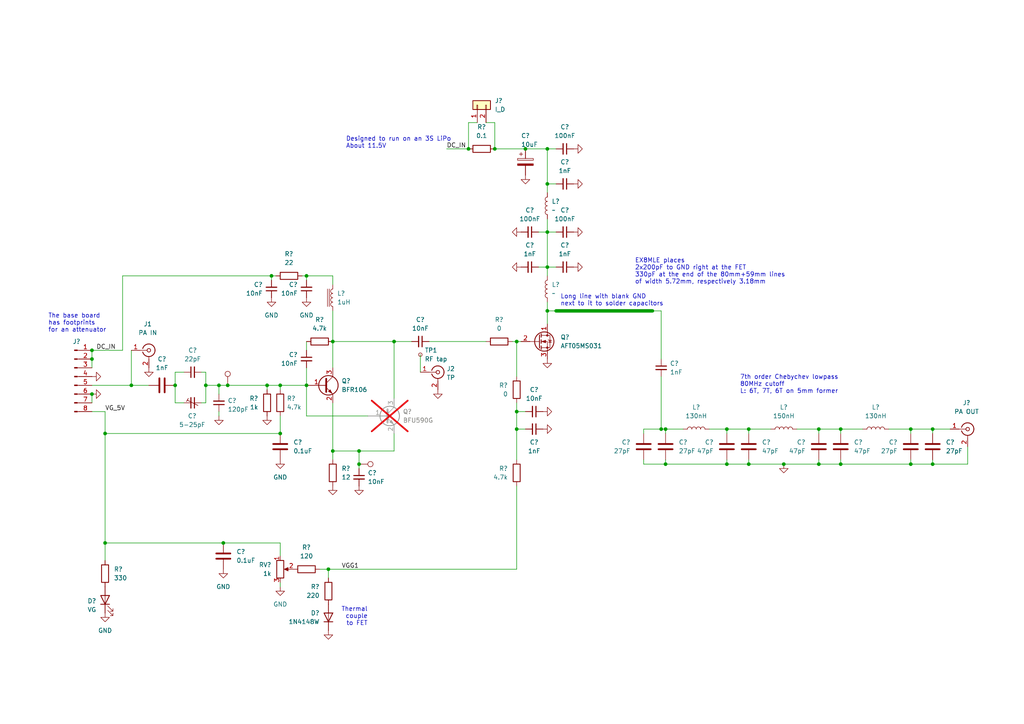
<source format=kicad_sch>
(kicad_sch (version 20230121) (generator eeschema)
  (paper "A4")
  (title_block (title "DART-70 PA") (date "2024-01-14") (rev "0") (company "HB9EGM") (comment 1 "With AFT05MS031N") (comment 2 "Inspired by EX8MLE's design for RFzero"))
  (lib_symbols
    (symbol "Connector:Conn_01x08_Male" (pin_names (offset 1.016) hide)
      (property "Reference" "J" (at 0 10.16 0))
      (property "Value" "Conn_01x08_Male" (at 0 -12.7 0))
      (symbol "Conn_01x08_Male_1_1"
        (polyline (pts (xy 1.27 -10.16) (xy 0.8636 -10.16)) (stroke (width 0.1524)))
        (polyline (pts (xy 1.27 -7.62) (xy 0.8636 -7.62)) (stroke (width 0.1524)))
        (polyline (pts (xy 1.27 -5.08) (xy 0.8636 -5.08)) (stroke (width 0.1524)))
        (polyline (pts (xy 1.27 -2.54) (xy 0.8636 -2.54)) (stroke (width 0.1524)))
        (polyline (pts (xy 1.27 0) (xy 0.8636 0)) (stroke (width 0.1524)))
        (polyline (pts (xy 1.27 2.54) (xy 0.8636 2.54)) (stroke (width 0.1524)))
        (polyline (pts (xy 1.27 5.08) (xy 0.8636 5.08)) (stroke (width 0.1524)))
        (polyline (pts (xy 1.27 7.62) (xy 0.8636 7.62)) (stroke (width 0.1524)))
        (rectangle (start 0.8636 -10.033) (end 0 -10.287) (stroke (width 0.1524)) (fill (type outline)))
        (rectangle (start 0.8636 -7.493) (end 0 -7.747) (stroke (width 0.1524)) (fill (type outline)))
        (rectangle (start 0.8636 -4.953) (end 0 -5.207) (stroke (width 0.1524)) (fill (type outline)))
        (rectangle (start 0.8636 -2.413) (end 0 -2.667) (stroke (width 0.1524)) (fill (type outline)))
        (rectangle (start 0.8636 0.127) (end 0 -0.127) (stroke (width 0.1524)) (fill (type outline)))
        (rectangle (start 0.8636 2.667) (end 0 2.413) (stroke (width 0.1524)) (fill (type outline)))
        (rectangle (start 0.8636 5.207) (end 0 4.953) (stroke (width 0.1524)) (fill (type outline)))
        (rectangle (start 0.8636 7.747) (end 0 7.493) (stroke (width 0.1524)) (fill (type outline)))
        (pin passive line (at 5.08 7.62 180) (length 3.81) (name "Pin_1") (number "1"))
        (pin passive line (at 5.08 5.08 180) (length 3.81) (name "Pin_2") (number "2"))
        (pin passive line (at 5.08 2.54 180) (length 3.81) (name "Pin_3") (number "3"))
        (pin passive line (at 5.08 0 180) (length 3.81) (name "Pin_4") (number "4"))
        (pin passive line (at 5.08 -2.54 180) (length 3.81) (name "Pin_5") (number "5"))
        (pin passive line (at 5.08 -5.08 180) (length 3.81) (name "Pin_6") (number "6"))
        (pin passive line (at 5.08 -7.62 180) (length 3.81) (name "Pin_7") (number "7"))
        (pin passive line (at 5.08 -10.16 180) (length 3.81) (name "Pin_8") (number "8"))
      )
    )
    (symbol "Connector:Conn_Coaxial" (pin_names (offset 1.016) hide)
      (property "Reference" "J" (at 0.254 3.048 0))
      (property "Value" "Conn_Coaxial" (at 2.921 0 90))
      (symbol "Conn_Coaxial_0_1"
        (arc (start -1.778 -0.508) (mid 0.222 -1.808) (end 1.778 0) (stroke (width 0.254)))
        (polyline (pts (xy -2.54 0) (xy -0.508 0)))
        (polyline (pts (xy 0 -2.54) (xy 0 -1.778)))
        (circle (center 0 0) (radius 0.508) (stroke (width 0.2032)))
        (arc (start 1.778 0) (mid 0.2221 1.8083) (end -1.778 0.508) (stroke (width 0.254)))
      )
      (symbol "Conn_Coaxial_1_1"
        (pin passive line (at -5.08 0 0) (length 2.54) (name "In") (number "1"))
        (pin passive line (at 0 -5.08 90) (length 2.54) (name "Ext") (number "2"))
      )
    )
    (symbol "Connector:TestPoint" (pin_numbers hide) (pin_names (offset 0.762) hide)
      (property "Reference" "TP" (at 0 6.858 0))
      (property "Value" "TestPoint" (at 0 5.08 0))
      (symbol "TestPoint_0_1"
        (circle (center 0 3.302) (radius 0.762))
      )
      (symbol "TestPoint_1_1"
        (pin passive line (at 0 0 90) (length 2.54) (name "1") (number "1"))
      )
    )
    (symbol "Connector:TestPoint_Small" (pin_numbers hide) (pin_names (offset 0.762) hide)
      (property "Reference" "TP" (at 0 3.81 0))
      (property "Value" "TestPoint_Small" (at 0 2.032 0))
      (symbol "TestPoint_Small_0_1"
        (circle (center 0 0) (radius 0.508))
      )
      (symbol "TestPoint_Small_1_1"
        (pin passive line (at 0 0 90) (length 0) (name "1") (number "1"))
      )
    )
    (symbol "Connector_Generic:Conn_01x02" (pin_names (offset 1.016) hide)
      (property "Reference" "J" (at 0 2.54 0))
      (property "Value" "Conn_01x02" (at 0 -5.08 0))
      (symbol "Conn_01x02_1_1"
        (rectangle (start -1.27 -2.413) (end 0 -2.667) (stroke (width 0.1524)))
        (rectangle (start -1.27 0.127) (end 0 -0.127) (stroke (width 0.1524)))
        (rectangle (start -1.27 1.27) (end 1.27 -3.81) (stroke (width 0.254)) (fill (type background)))
        (pin passive line (at -5.08 0 0) (length 3.81) (name "Pin_1") (number "1"))
        (pin passive line (at -5.08 -2.54 0) (length 3.81) (name "Pin_2") (number "2"))
      )
    )
    (symbol "Device:C" (pin_numbers hide) (pin_names (offset 0.254))
      (property "Reference" "C" (at 0.635 2.54 0))
      (property "Value" "C" (at 0.635 -2.54 0))
      (symbol "C_0_1"
        (polyline (pts (xy -2.032 -0.762) (xy 2.032 -0.762)) (stroke (width 0.508)))
        (polyline (pts (xy -2.032 0.762) (xy 2.032 0.762)) (stroke (width 0.508)))
      )
      (symbol "C_1_1"
        (pin passive line (at 0 3.81 270) (length 2.794) (name "~") (number "1"))
        (pin passive line (at 0 -3.81 90) (length 2.794) (name "~") (number "2"))
      )
    )
    (symbol "Device:C_Polarized" (pin_numbers hide) (pin_names (offset 0.254))
      (property "Reference" "C" (at 0.635 2.54 0))
      (property "Value" "C_Polarized" (at 0.635 -2.54 0))
      (symbol "C_Polarized_0_1"
        (rectangle (start -2.286 0.508) (end 2.286 1.016))
        (polyline (pts (xy -1.778 2.286) (xy -0.762 2.286)))
        (polyline (pts (xy -1.27 2.794) (xy -1.27 1.778)))
        (rectangle (start 2.286 -0.508) (end -2.286 -1.016) (fill (type outline)))
      )
      (symbol "C_Polarized_1_1"
        (pin passive line (at 0 3.81 270) (length 2.794) (name "~") (number "1"))
        (pin passive line (at 0 -3.81 90) (length 2.794) (name "~") (number "2"))
      )
    )
    (symbol "Device:C_Small" (pin_numbers hide) (pin_names (offset 0.254) hide)
      (property "Reference" "C" (at 0.254 1.778 0))
      (property "Value" "C_Small" (at 0.254 -2.032 0))
      (symbol "C_Small_0_1"
        (polyline (pts (xy -1.524 -0.508) (xy 1.524 -0.508)) (stroke (width 0.3302)))
        (polyline (pts (xy -1.524 0.508) (xy 1.524 0.508)) (stroke (width 0.3048)))
      )
      (symbol "C_Small_1_1"
        (pin passive line (at 0 2.54 270) (length 2.032) (name "~") (number "1"))
        (pin passive line (at 0 -2.54 90) (length 2.032) (name "~") (number "2"))
      )
    )
    (symbol "Device:C_Trim_Small" (pin_numbers hide) (pin_names (offset 0.254) hide)
      (property "Reference" "C" (at 1.524 -2.032 0))
      (property "Value" "C_Trim_Small" (at 3.048 -3.556 0))
      (symbol "C_Trim_Small_0_1"
        (polyline (pts (xy -1.524 -0.508) (xy 1.524 -0.508)) (stroke (width 0.3048)))
        (polyline (pts (xy -1.524 0.508) (xy 1.524 0.508)) (stroke (width 0.3048)))
        (polyline (pts (xy 0.762 1.524) (xy -0.762 -1.524)) (stroke (width 0.1778)))
        (polyline (pts (xy 1.27 1.27) (xy 0.381 1.778)) (stroke (width 0.1778)))
      )
      (symbol "C_Trim_Small_1_1"
        (pin passive line (at 0 2.54 270) (length 2.032) (name "~") (number "1"))
        (pin passive line (at 0 -2.54 90) (length 2.032) (name "~") (number "2"))
      )
    )
    (symbol "Device:FerriteBead" (pin_numbers hide) (pin_names (offset 0))
      (property "Reference" "FB" (at -3.81 0.635 90))
      (property "Value" "FerriteBead" (at 3.81 0 90))
      (symbol "FerriteBead_0_1"
        (polyline (pts (xy 0 -1.27) (xy 0 -1.2192)))
        (polyline (pts (xy 0 1.27) (xy 0 1.2954)))
        (polyline (pts (xy -2.7686 0.4064) (xy -1.7018 2.2606) (xy 2.7686 -0.3048) (xy 1.6764 -2.159) (xy -2.7686 0.4064)))
      )
      (symbol "FerriteBead_1_1"
        (pin passive line (at 0 3.81 270) (length 2.54) (name "~") (number "1"))
        (pin passive line (at 0 -3.81 90) (length 2.54) (name "~") (number "2"))
      )
    )
    (symbol "Device:L" (pin_numbers hide) (pin_names (offset 1.016) hide)
      (property "Reference" "L" (at -1.27 0 90))
      (property "Value" "L" (at 1.905 0 90))
      (symbol "L_0_1"
        (arc (start 0 -2.54) (mid 0.6323 -1.905) (end 0 -1.27))
        (arc (start 0 -1.27) (mid 0.6323 -0.635) (end 0 0))
        (arc (start 0 0) (mid 0.6323 0.635) (end 0 1.27))
        (arc (start 0 1.27) (mid 0.6323 1.905) (end 0 2.54))
      )
      (symbol "L_1_1"
        (pin passive line (at 0 3.81 270) (length 1.27) (name "1") (number "1"))
        (pin passive line (at 0 -3.81 90) (length 1.27) (name "2") (number "2"))
      )
    )
    (symbol "Device:LED" (pin_numbers hide) (pin_names (offset 1.016) hide)
      (property "Reference" "D" (at 0 2.54 0))
      (property "Value" "LED" (at 0 -2.54 0))
      (symbol "LED_0_1"
        (polyline (pts (xy -1.27 -1.27) (xy -1.27 1.27)) (stroke (width 0.254)))
        (polyline (pts (xy -1.27 0) (xy 1.27 0)))
        (polyline (pts (xy 1.27 -1.27) (xy 1.27 1.27) (xy -1.27 0) (xy 1.27 -1.27)) (stroke (width 0.254)))
        (polyline (pts (xy -3.048 -0.762) (xy -4.572 -2.286) (xy -3.81 -2.286) (xy -4.572 -2.286) (xy -4.572 -1.524)))
        (polyline (pts (xy -1.778 -0.762) (xy -3.302 -2.286) (xy -2.54 -2.286) (xy -3.302 -2.286) (xy -3.302 -1.524)))
      )
      (symbol "LED_1_1"
        (pin passive line (at -3.81 0 0) (length 2.54) (name "K") (number "1"))
        (pin passive line (at 3.81 0 180) (length 2.54) (name "A") (number "2"))
      )
    )
    (symbol "Device:L_Iron" (pin_numbers hide) (pin_names (offset 1.016) hide)
      (property "Reference" "L" (at -1.27 0 90))
      (property "Value" "L_Iron" (at 2.794 0 90))
      (symbol "L_Iron_0_1"
        (arc (start 0 -2.54) (mid 0.6323 -1.905) (end 0 -1.27))
        (arc (start 0 -1.27) (mid 0.6323 -0.635) (end 0 0))
        (polyline (pts (xy 1.016 2.54) (xy 1.016 -2.54)))
        (polyline (pts (xy 1.524 -2.54) (xy 1.524 2.54)))
        (arc (start 0 0) (mid 0.6323 0.635) (end 0 1.27))
        (arc (start 0 1.27) (mid 0.6323 1.905) (end 0 2.54))
      )
      (symbol "L_Iron_1_1"
        (pin passive line (at 0 3.81 270) (length 1.27) (name "1") (number "1"))
        (pin passive line (at 0 -3.81 90) (length 1.27) (name "2") (number "2"))
      )
    )
    (symbol "Device:Q_NMOS_DGS" (pin_names (offset 0) hide)
      (property "Reference" "Q" (at 5.08 1.27 0))
      (property "Value" "Q_NMOS_DGS" (at 5.08 -1.27 0))
      (symbol "Q_NMOS_DGS_0_1"
        (polyline (pts (xy 0.254 0) (xy -2.54 0)))
        (polyline (pts (xy 0.254 1.905) (xy 0.254 -1.905)) (stroke (width 0.254)))
        (polyline (pts (xy 0.762 -1.27) (xy 0.762 -2.286)) (stroke (width 0.254)))
        (polyline (pts (xy 0.762 0.508) (xy 0.762 -0.508)) (stroke (width 0.254)))
        (polyline (pts (xy 0.762 2.286) (xy 0.762 1.27)) (stroke (width 0.254)))
        (polyline (pts (xy 2.54 2.54) (xy 2.54 1.778)))
        (polyline (pts (xy 2.54 -2.54) (xy 2.54 0) (xy 0.762 0)))
        (polyline (pts (xy 0.762 -1.778) (xy 3.302 -1.778) (xy 3.302 1.778) (xy 0.762 1.778)))
        (polyline (pts (xy 1.016 0) (xy 2.032 0.381) (xy 2.032 -0.381) (xy 1.016 0)) (fill (type outline)))
        (polyline (pts (xy 2.794 0.508) (xy 2.921 0.381) (xy 3.683 0.381) (xy 3.81 0.254)))
        (polyline (pts (xy 3.302 0.381) (xy 2.921 -0.254) (xy 3.683 -0.254) (xy 3.302 0.381)))
        (circle (center 1.651 0) (radius 2.794) (stroke (width 0.254)))
        (circle (center 2.54 -1.778) (radius 0.254) (fill (type outline)))
        (circle (center 2.54 1.778) (radius 0.254) (fill (type outline)))
      )
      (symbol "Q_NMOS_DGS_1_1"
        (pin passive line (at 2.54 5.08 270) (length 2.54) (name "D") (number "1"))
        (pin input line (at -5.08 0 0) (length 2.54) (name "G") (number "2"))
        (pin passive line (at 2.54 -5.08 90) (length 2.54) (name "S") (number "3"))
      )
    )
    (symbol "Device:R" (pin_numbers hide) (pin_names (offset 0))
      (property "Reference" "R" (at 2.032 0 90))
      (property "Value" "R" (at 0 0 90))
      (symbol "R_0_1"
        (rectangle (start -1.016 -2.54) (end 1.016 2.54) (stroke (width 0.254)))
      )
      (symbol "R_1_1"
        (pin passive line (at 0 3.81 270) (length 1.27) (name "~") (number "1"))
        (pin passive line (at 0 -3.81 90) (length 1.27) (name "~") (number "2"))
      )
    )
    (symbol "Device:R_Potentiometer" (pin_names (offset 1.016) hide)
      (property "Reference" "RV" (at -4.445 0 90))
      (property "Value" "R_Potentiometer" (at -2.54 0 90))
      (symbol "R_Potentiometer_0_1"
        (polyline (pts (xy 2.54 0) (xy 1.524 0)))
        (polyline (pts (xy 1.143 0) (xy 2.286 0.508) (xy 2.286 -0.508) (xy 1.143 0)) (fill (type outline)))
        (rectangle (start 1.016 2.54) (end -1.016 -2.54) (stroke (width 0.254)))
      )
      (symbol "R_Potentiometer_1_1"
        (pin passive line (at 0 3.81 270) (length 1.27) (name "1") (number "1"))
        (pin passive line (at 3.81 0 180) (length 1.27) (name "2") (number "2"))
        (pin passive line (at 0 -3.81 90) (length 1.27) (name "3") (number "3"))
      )
    )
    (symbol "Diode:1N4148W" (pin_numbers hide) (pin_names hide)
      (property "Reference" "D" (at 0 2.54 0))
      (property "Value" "1N4148W" (at 0 -2.54 0))
      (symbol "1N4148W_0_1"
        (polyline (pts (xy -1.27 1.27) (xy -1.27 -1.27)) (stroke (width 0.254)))
        (polyline (pts (xy 1.27 0) (xy -1.27 0)))
        (polyline (pts (xy 1.27 1.27) (xy 1.27 -1.27) (xy -1.27 0) (xy 1.27 1.27)) (stroke (width 0.254)))
      )
      (symbol "1N4148W_1_1"
        (pin passive line (at -3.81 0 0) (length 2.54) (name "K") (number "1"))
        (pin passive line (at 3.81 0 180) (length 2.54) (name "A") (number "2"))
      )
    )
    (symbol "Transistor_BJT:MMBT3904" (pin_names (offset 0) hide)
      (property "Reference" "Q" (at 5.08 1.905 0))
      (property "Value" "MMBT3904" (at 5.08 0 0))
      (symbol "MMBT3904_0_1"
        (polyline (pts (xy 0.635 0.635) (xy 2.54 2.54)))
        (polyline (pts (xy 0.635 -0.635) (xy 2.54 -2.54) (xy 2.54 -2.54)))
        (polyline (pts (xy 0.635 1.905) (xy 0.635 -1.905) (xy 0.635 -1.905)) (stroke (width 0.508)))
        (polyline (pts (xy 1.27 -1.778) (xy 1.778 -1.27) (xy 2.286 -2.286) (xy 1.27 -1.778) (xy 1.27 -1.778)) (fill (type outline)))
        (circle (center 1.27 0) (radius 2.8194) (stroke (width 0.254)))
      )
      (symbol "MMBT3904_1_1"
        (pin input line (at -5.08 0 0) (length 5.715) (name "B") (number "1"))
        (pin passive line (at 2.54 -5.08 90) (length 2.54) (name "E") (number "2"))
        (pin passive line (at 2.54 5.08 270) (length 2.54) (name "C") (number "3"))
      )
    )
    (symbol "power:GND" (power) (pin_names (offset 0))
      (property "Value" "GND" (at 0 -3.81 0))
      (symbol "GND_0_1"
        (polyline (pts (xy 0 0) (xy 0 -1.27) (xy 1.27 -1.27) (xy 0 -2.54) (xy -1.27 -1.27) (xy 0 -1.27)))
      )
      (symbol "GND_1_1"
        (pin power_in line (at 0 0 270) (length 0) hide (name "GND") (number "1"))
      )
    )
  )
  (junction (at 243.84 134.62))
  (junction (at 210.82 134.62))
  (junction (at 77.47 111.76))
  (junction (at 66.04 111.76))
  (junction (at 104.14 134.62))
  (junction (at 264.16 134.62))
  (junction (at 30.48 125.73))
  (junction (at 26.67 104.14))
  (junction (at 143.51 43.18))
  (junction (at 217.17 134.62))
  (junction (at 264.16 124.46))
  (junction (at 270.51 124.46))
  (junction (at 237.49 124.46))
  (junction (at 95.25 165.1))
  (junction (at 227.33 134.62))
  (junction (at 81.28 125.73))
  (junction (at 26.67 114.3))
  (junction (at 64.77 157.48))
  (junction (at 26.67 101.6))
  (junction (at 88.9 80.01))
  (junction (at 30.48 157.48))
  (junction (at 158.75 67.31))
  (junction (at 114.3 99.06))
  (junction (at 50.8 111.76))
  (junction (at 96.52 130.81))
  (junction (at 88.9 111.76))
  (junction (at 158.75 90.17))
  (junction (at 193.04 124.46))
  (junction (at 149.86 119.38))
  (junction (at 59.69 111.76))
  (junction (at 96.52 99.06))
  (junction (at 217.17 124.46))
  (junction (at 81.28 111.76))
  (junction (at 237.49 134.62))
  (junction (at 270.51 134.62))
  (junction (at 158.75 43.18))
  (junction (at 210.82 124.46))
  (junction (at 158.75 53.34))
  (junction (at 149.86 99.06))
  (junction (at 38.1 111.76))
  (junction (at 63.5 111.76))
  (junction (at 191.77 124.46))
  (junction (at 193.04 134.62))
  (junction (at 152.4 43.18))
  (junction (at 149.86 124.46))
  (junction (at 78.74 80.01))
  (junction (at 135.89 43.18))
  (junction (at 104.14 130.81))
  (junction (at 158.75 77.47))
  (junction (at 243.84 124.46))
  (wire (pts (xy 193.04 124.46) (xy 198.12 124.46)))
  (wire (pts (xy 114.3 99.06) (xy 119.38 99.06)))
  (wire (pts (xy 193.04 134.62) (xy 210.82 134.62)))
  (wire (pts (xy 87.63 80.01) (xy 88.9 80.01)))
  (wire (pts (xy 149.86 99.06) (xy 151.13 99.06)))
  (wire (pts (xy 59.69 111.76) (xy 59.69 116.84)))
  (wire (pts (xy 26.67 114.3) (xy 26.67 116.84)))
  (wire (pts (xy 81.28 120.65) (xy 81.28 125.73)))
  (wire (pts (xy 35.56 80.01) (xy 78.74 80.01)))
  (wire (pts (xy 88.9 106.68) (xy 88.9 111.76)))
  (wire (pts (xy 161.29 67.31) (xy 158.75 67.31)))
  (wire (pts (xy 158.75 90.17) (xy 161.29 90.17)))
  (wire (pts (xy 135.89 43.18) (xy 135.89 35.56)))
  (wire (pts (xy 77.47 111.76) (xy 77.47 113.03)))
  (wire (pts (xy 217.17 124.46) (xy 223.52 124.46)))
  (wire (pts (xy 135.89 35.56) (xy 138.43 35.56)))
  (wire (pts (xy 30.48 125.73) (xy 30.48 157.48)))
  (wire (pts (xy 149.86 165.1) (xy 149.86 140.97)))
  (wire (pts (xy 205.74 124.46) (xy 210.82 124.46)))
  (wire (pts (xy 191.77 104.14) (xy 191.77 90.17)))
  (wire (pts (xy 30.48 119.38) (xy 30.48 125.73)))
  (wire (pts (xy 243.84 134.62) (xy 264.16 134.62)))
  (wire (pts (xy 149.86 99.06) (xy 149.86 109.22)))
  (wire (pts (xy 149.86 133.35) (xy 149.86 124.46)))
  (wire (pts (xy 88.9 120.65) (xy 106.68 120.65)))
  (wire (pts (xy 237.49 124.46) (xy 231.14 124.46)))
  (wire (pts (xy 26.67 101.6) (xy 35.56 101.6)))
  (wire (pts (xy 30.48 157.48) (xy 64.77 157.48)))
  (wire (pts (xy 143.51 35.56) (xy 143.51 43.18)))
  (wire (pts (xy 227.33 134.62) (xy 217.17 134.62)))
  (wire (pts (xy 30.48 125.73) (xy 81.28 125.73)))
  (wire (pts (xy 270.51 124.46) (xy 270.51 125.73)))
  (wire (pts (xy 270.51 134.62) (xy 264.16 134.62)))
  (wire (pts (xy 158.75 53.34) (xy 158.75 55.88)))
  (wire (pts (xy 96.52 99.06) (xy 96.52 106.68)))
  (wire (pts (xy 78.74 80.01) (xy 80.01 80.01)))
  (wire (pts (xy 66.04 111.76) (xy 77.47 111.76)))
  (wire (pts (xy 81.28 161.29) (xy 81.28 157.48)))
  (wire (pts (xy 129.54 43.18) (xy 135.89 43.18)))
  (wire (pts (xy 58.42 107.95) (xy 59.69 107.95)))
  (wire (pts (xy 158.75 43.18) (xy 161.29 43.18)))
  (wire (pts (xy 26.67 101.6) (xy 26.67 104.14)))
  (wire (pts (xy 149.86 119.38) (xy 149.86 124.46)))
  (wire (pts (xy 88.9 120.65) (xy 88.9 111.76)))
  (wire (pts (xy 270.51 124.46) (xy 275.59 124.46)))
  (wire (pts (xy 156.21 77.47) (xy 158.75 77.47)))
  (wire (pts (xy 264.16 124.46) (xy 270.51 124.46)))
  (wire (pts (xy 149.86 124.46) (xy 152.4 124.46)))
  (wire (pts (xy 158.75 43.18) (xy 158.75 53.34)))
  (wire (pts (xy 264.16 133.35) (xy 264.16 134.62)))
  (wire (pts (xy 53.34 107.95) (xy 50.8 107.95)))
  (wire (pts (xy 158.75 53.34) (xy 161.29 53.34)))
  (wire (pts (xy 237.49 133.35) (xy 237.49 134.62)))
  (wire (pts (xy 88.9 81.28) (xy 88.9 80.01)))
  (wire (pts (xy 193.04 134.62) (xy 193.04 133.35)))
  (wire (pts (xy 148.59 99.06) (xy 149.86 99.06)))
  (wire (pts (xy 26.67 111.76) (xy 38.1 111.76)))
  (wire (pts (xy 77.47 111.76) (xy 81.28 111.76)))
  (wire (pts (xy 121.92 102.87) (xy 121.92 107.95)))
  (wire (pts (xy 186.69 125.73) (xy 186.69 124.46)))
  (wire (pts (xy 114.3 99.06) (xy 114.3 115.57)))
  (wire (pts (xy 38.1 111.76) (xy 43.18 111.76)))
  (wire (pts (xy 158.75 67.31) (xy 158.75 77.47)))
  (wire (pts (xy 140.97 35.56) (xy 143.51 35.56)))
  (wire (pts (xy 96.52 130.81) (xy 96.52 116.84)))
  (wire (pts (xy 210.82 124.46) (xy 210.82 125.73)))
  (wire (pts (xy 30.48 157.48) (xy 30.48 162.56)))
  (wire (pts (xy 250.19 124.46) (xy 243.84 124.46)))
  (wire (pts (xy 96.52 90.17) (xy 96.52 99.06)))
  (wire (pts (xy 237.49 134.62) (xy 227.33 134.62)))
  (wire (pts (xy 210.82 133.35) (xy 210.82 134.62)))
  (wire (pts (xy 26.67 104.14) (xy 26.67 106.68)))
  (wire (pts (xy 104.14 130.81) (xy 104.14 134.62)))
  (wire (pts (xy 35.56 101.6) (xy 35.56 80.01)))
  (wire (pts (xy 257.81 124.46) (xy 264.16 124.46)))
  (wire (pts (xy 243.84 134.62) (xy 237.49 134.62)))
  (wire (pts (xy 237.49 124.46) (xy 237.49 125.73)))
  (wire (pts (xy 158.75 77.47) (xy 158.75 80.01)))
  (wire (pts (xy 104.14 130.81) (xy 96.52 130.81)))
  (wire (pts (xy 38.1 101.6) (xy 38.1 111.76)))
  (wire (pts (xy 217.17 125.73) (xy 217.17 124.46)))
  (wire (pts (xy 81.28 111.76) (xy 81.28 113.03)))
  (wire (pts (xy 50.8 107.95) (xy 50.8 111.76)))
  (wire (pts (xy 59.69 107.95) (xy 59.69 111.76)))
  (wire (pts (xy 210.82 124.46) (xy 217.17 124.46)))
  (wire (pts (xy 189.23 90.17) (xy 191.77 90.17)))
  (wire (pts (xy 78.74 81.28) (xy 78.74 80.01)))
  (wire (pts (xy 191.77 124.46) (xy 193.04 124.46)))
  (wire (pts (xy 88.9 80.01) (xy 96.52 80.01)))
  (wire (pts (xy 50.8 116.84) (xy 50.8 111.76)))
  (wire (pts (xy 158.75 63.5) (xy 158.75 67.31)))
  (wire (pts (xy 280.67 129.54) (xy 280.67 134.62)))
  (wire (pts (xy 193.04 125.73) (xy 193.04 124.46)))
  (wire (pts (xy 104.14 135.89) (xy 104.14 134.62)))
  (wire (pts (xy 53.34 116.84) (xy 50.8 116.84)))
  (wire (pts (xy 63.5 111.76) (xy 66.04 111.76)))
  (wire (pts (xy 124.46 99.06) (xy 140.97 99.06)))
  (wire (pts (xy 149.86 119.38) (xy 152.4 119.38)))
  (wire (pts (xy 280.67 134.62) (xy 270.51 134.62)))
  (wire (pts (xy 95.25 165.1) (xy 149.86 165.1)))
  (wire (pts (xy 149.86 116.84) (xy 149.86 119.38)))
  (wire (pts (xy 96.52 130.81) (xy 96.52 133.35)))
  (wire (pts (xy 152.4 43.18) (xy 158.75 43.18)))
  (wire (pts (xy 143.51 43.18) (xy 152.4 43.18)))
  (wire (pts (xy 191.77 109.22) (xy 191.77 124.46)))
  (wire (pts (xy 95.25 167.64) (xy 95.25 165.1)))
  (wire (pts (xy 81.28 111.76) (xy 88.9 111.76)))
  (wire (pts (xy 161.29 90.17) (xy 189.23 90.17)) (stroke (width 1)))
  (wire (pts (xy 156.21 67.31) (xy 158.75 67.31)))
  (wire (pts (xy 186.69 124.46) (xy 191.77 124.46)))
  (wire (pts (xy 88.9 99.06) (xy 88.9 101.6)))
  (wire (pts (xy 63.5 119.38) (xy 63.5 120.65)))
  (wire (pts (xy 96.52 99.06) (xy 114.3 99.06)))
  (wire (pts (xy 161.29 77.47) (xy 158.75 77.47)))
  (wire (pts (xy 158.75 90.17) (xy 158.75 93.98)))
  (wire (pts (xy 81.28 157.48) (xy 64.77 157.48)))
  (wire (pts (xy 59.69 116.84) (xy 58.42 116.84)))
  (wire (pts (xy 217.17 134.62) (xy 210.82 134.62)))
  (wire (pts (xy 81.28 170.18) (xy 81.28 168.91)))
  (wire (pts (xy 217.17 133.35) (xy 217.17 134.62)))
  (wire (pts (xy 96.52 80.01) (xy 96.52 82.55)))
  (wire (pts (xy 243.84 133.35) (xy 243.84 134.62)))
  (wire (pts (xy 158.75 87.63) (xy 158.75 90.17)))
  (wire (pts (xy 186.69 134.62) (xy 186.69 133.35)))
  (wire (pts (xy 193.04 134.62) (xy 186.69 134.62)))
  (wire (pts (xy 59.69 111.76) (xy 63.5 111.76)))
  (wire (pts (xy 63.5 111.76) (xy 63.5 114.3)))
  (wire (pts (xy 264.16 124.46) (xy 264.16 125.73)))
  (wire (pts (xy 243.84 124.46) (xy 243.84 125.73)))
  (wire (pts (xy 30.48 119.38) (xy 26.67 119.38)))
  (wire (pts (xy 270.51 133.35) (xy 270.51 134.62)))
  (wire (pts (xy 95.25 165.1) (xy 92.71 165.1)))
  (wire (pts (xy 104.14 130.81) (xy 114.3 130.81)))
  (wire (pts (xy 114.3 130.81) (xy 114.3 125.73)))
  (wire (pts (xy 243.84 124.46) (xy 237.49 124.46)))
  (text "EX8MLE places\n2x200pF to GND right at the FET\n330pF at the end of the 80mm+59mm lines\nof width 5.72mm, respectively 3.18mm" (at 184.15 82.55 0) (effects (font (size 1.27 1.27)) (justify left bottom)))
  (text "Designed to run on an 3S LiPo\nAbout 11.5V" (at 100.33 43.18 0) (effects (font (size 1.27 1.27)) (justify left bottom)))
  (text "The base board\nhas footprints\nfor an attenuator" (at 13.97 96.52 0) (effects (font (size 1.27 1.27)) (justify left bottom)))
  (text "Long line with blank GND\nnext to it to solder capacitors" (at 162.56 88.9 0) (effects (font (size 1.27 1.27)) (justify left bottom)))
  (text "Thermal\ncouple\nto FET" (at 106.68 181.61 0) (effects (font (size 1.27 1.27)) (justify right bottom)))
  (text "7th order Chebychev lowpass\n80MHz cutoff\nL: 6T, 7T, 6T on 5mm former" (at 214.63 114.3 0) (effects (font (size 1.27 1.27)) (justify left bottom)))
  (label "VGG1" (at 99.06 165.1 0))
  (label "VG_5V" (at 30.48 119.38 0))
  (label "DC_IN" (at 129.54 43.18 0))
  (label "DC_IN" (at 27.94 101.6 0))
  (symbol (lib_id "power:GND") (at 81.28 133.35 0) (unit 1)
    (property "Reference" "#PWR?" (effects hide))
    (property "Value" "GND" (at 81.28 138.43 0))
  )
  (symbol (lib_id "power:GND") (at 30.48 177.8 0) (unit 1)
    (property "Reference" "#PWR?" (effects hide))
    (property "Value" "GND" (at 30.48 182.88 0))
  )
  (symbol (lib_id "power:GND") (at 127 113.03 0) (unit 1)
    (property "Reference" "#PWR02" (effects hide))
    (property "Value" "GND" (effects hide))
  )
  (symbol (lib_id "Device:C") (at 270.51 129.54 180) (unit 1)
    (property "Reference" "C?" (at 274.32 128.2699 0) (effects (justify right)))
    (property "Value" "27pF" (at 274.32 130.8099 0) (effects (justify right)))
    (property "Footprint" "Capacitor_SMD:C_0805_2012Metric_Pad1.18x1.45mm_HandSolder" (effects hide))
    (property "Need_order" "0" (effects hide))
  )
  (symbol (lib_id "power:GND") (at 26.67 109.22 90) (unit 1)
    (property "Reference" "#PWR?" (effects hide))
    (property "Value" "GND" (effects hide))
  )
  (symbol (lib_id "Device:C_Small") (at 153.67 77.47 270) (unit 1)
    (property "Reference" "C?" (at 153.6636 71.12 90))
    (property "Value" "1nF" (at 153.6636 73.66 90))
    (property "Footprint" "Capacitor_SMD:C_0805_2012Metric_Pad1.18x1.45mm_HandSolder" (effects hide))
    (property "MPN" "885612007040/VJ0805A102GXXPW1BC" (effects hide))
    (property "Need_order" "0" (effects hide))
  )
  (symbol (lib_id "power:GND") (at 96.52 140.97 0) (unit 1)
    (property "Reference" "#PWR?" (effects hide))
    (property "Value" "GND" (effects hide))
  )
  (symbol (lib_id "Device:C_Small") (at 154.94 124.46 270) (unit 1)
    (property "Reference" "C?" (at 154.9336 128.27 90))
    (property "Value" "1nF" (at 154.9336 130.81 90))
    (property "Footprint" "Capacitor_SMD:C_0805_2012Metric_Pad1.18x1.45mm_HandSolder" (effects hide))
    (property "MPN" "885612007040/VJ0805A102GXXPW1BC" (effects hide))
    (property "Need_order" "0" (effects hide))
  )
  (symbol (lib_id "power:GND") (at 166.37 43.18 90) (unit 1)
    (property "Reference" "#PWR?" (effects hide))
    (property "Value" "GND" (effects hide))
  )
  (symbol (lib_id "Device:C_Small") (at 163.83 53.34 270) (unit 1)
    (property "Reference" "C?" (at 163.8236 46.99 90))
    (property "Value" "1nF" (at 163.8236 49.53 90))
    (property "Footprint" "Capacitor_SMD:C_0805_2012Metric_Pad1.18x1.45mm_HandSolder" (effects hide))
    (property "MPN" "885612007040/VJ0805A102GXXPW1BC" (effects hide))
    (property "Need_order" "0" (effects hide))
  )
  (symbol (lib_id "Connector:Conn_01x08_Male") (at 21.59 109.22 0) (unit 1)
    (property "Reference" "J?" (at 22.225 99.06 0))
    (property "Value" "PA to base" (effects hide))
    (property "Footprint" "mpb:PinHeader_1x08_P2.54mm_Boardedge_SMD" (effects hide))
    (property "MPN" "SSW-108-01-G-S" (effects hide))
    (property "Need_order" "0" (effects hide))
  )
  (symbol (lib_id "power:GND") (at 152.4 50.8 0) (unit 1)
    (property "Reference" "#PWR?" (effects hide))
    (property "Value" "GND" (effects hide))
  )
  (symbol (lib_id "Device:C_Small") (at 63.5 116.84 180) (unit 1)
    (property "Reference" "C?" (at 66.04 116.1986 0) (effects (justify right)))
    (property "Value" "120pF" (at 66.04 118.7386 0) (effects (justify right)))
    (property "Footprint" "Capacitor_SMD:C_0805_2012Metric_Pad1.18x1.45mm_HandSolder" (effects hide))
    (property "MPN" "VJ0805A121GXXPBC" (effects hide))
    (property "Need_order" "0" (effects hide))
  )
  (symbol (lib_id "power:GND") (at 81.28 170.18 0) (unit 1)
    (property "Reference" "#PWR?" (effects hide))
    (property "Value" "GND" (at 81.28 175.26 0))
  )
  (symbol (lib_id "power:GND") (at 166.37 53.34 90) (unit 1)
    (property "Reference" "#PWR?" (effects hide))
    (property "Value" "GND" (effects hide))
  )
  (symbol (lib_id "power:GND") (at 95.25 182.88 0) (mirror y) (unit 1)
    (property "Reference" "#PWR?" (effects hide))
    (property "Value" "GND" (effects hide))
  )
  (symbol (lib_id "Device:C_Small") (at 88.9 83.82 0) (mirror x) (unit 1)
    (property "Reference" "C?" (at 86.36 82.5435 0) (effects (justify right)))
    (property "Value" "10nF" (at 86.36 85.0835 0) (effects (justify right)))
    (property "Footprint" "Capacitor_SMD:C_0805_2012Metric_Pad1.18x1.45mm_HandSolder" (effects hide))
    (property "MPN" "VJ0805A103KXJTBC" (effects hide))
    (property "Need_order" "0" (effects hide))
  )
  (symbol (lib_id "Device:C_Trim_Small") (at 55.88 116.84 90) (unit 1)
    (property "Reference" "C?" (at 55.753 120.65 90))
    (property "Value" "5-25pF" (at 55.753 123.19 90))
    (property "Footprint" "mpb:C_Trimmer_Voltronics_JZ" (effects hide))
    (property "Datasheet" "/home/bram/Sync/Doc/Datasheet/J_Series_Trim-cap-Knowles.pdf" (effects hide))
    (property "MPN" "JZ-300" (effects hide))
    (property "Need_order" "0" (effects hide))
  )
  (symbol (lib_id "Device:R") (at 96.52 137.16 0) (mirror y) (unit 1)
    (property "Reference" "R?" (at 99.06 135.8899 0) (effects (justify right)))
    (property "Value" "12" (at 99.06 138.4299 0) (effects (justify right)))
    (property "Footprint" "Resistor_SMD:R_0603_1608Metric_Pad0.98x0.95mm_HandSolder" (effects hide))
    (property "Need_order" "0" (effects hide))
  )
  (symbol (lib_id "Connector:TestPoint") (at 66.04 111.76 0) (unit 1)
    (property "Reference" "TP?" (effects hide))
    (property "Value" "V_{B}" (effects hide))
    (property "Footprint" "TestPoint:TestPoint_Pad_D2.0mm" (effects hide))
    (property "Need_order" "0" (effects hide))
  )
  (symbol (lib_id "Device:C_Small") (at 121.92 99.06 270) (mirror x) (unit 1)
    (property "Reference" "C?" (at 121.9136 92.71 90))
    (property "Value" "10nF" (at 121.9136 95.25 90))
    (property "Footprint" "Capacitor_SMD:C_0805_2012Metric_Pad1.18x1.45mm_HandSolder" (effects hide))
    (property "MPN" "VJ0805A103KXJTBC" (effects hide))
    (property "Need_order" "0" (effects hide))
  )
  (symbol (lib_id "Transistor_BJT:MMBT3904") (at 111.76 120.65 0) (unit 1) (dnp yes)
    (property "Reference" "Q?" (at 116.84 119.3799 0) (effects (justify left)))
    (property "Value" "BFU590G" (at 116.84 121.9199 0) (effects (justify left)))
    (property "MPN" "BFU590G" (effects hide))
    (property "Need_order" "0" (effects hide))
  )
  (symbol (lib_id "Device:L") (at 158.75 83.82 180) (unit 1)
    (property "Reference" "L?" (at 160.02 82.55 0) (effects (justify right)))
    (property "Value" "~" (at 160.02 85.09 0) (effects (justify right)))
    (property "Footprint" "mpb:AirCoil-8mm-SMD" (effects hide))
    (property "Need_order" "0" (effects hide))
  )
  (symbol (lib_id "power:GND") (at 157.48 119.38 90) (unit 1)
    (property "Reference" "#PWR?" (effects hide))
    (property "Value" "GND" (effects hide))
  )
  (symbol (lib_id "power:GND") (at 63.5 120.65 0) (unit 1)
    (property "Reference" "#PWR?" (effects hide))
    (property "Value" "GND" (effects hide))
  )
  (symbol (lib_id "Device:C_Small") (at 78.74 83.82 0) (mirror x) (unit 1)
    (property "Reference" "C?" (at 76.2 82.5435 0) (effects (justify right)))
    (property "Value" "10nF" (at 76.2 85.0835 0) (effects (justify right)))
    (property "Footprint" "Capacitor_SMD:C_0805_2012Metric_Pad1.18x1.45mm_HandSolder" (effects hide))
    (property "MPN" "VJ0805A103KXJTBC" (effects hide))
    (property "Need_order" "0" (effects hide))
  )
  (symbol (lib_id "power:GND") (at 166.37 77.47 90) (unit 1)
    (property "Reference" "#PWR?" (effects hide))
    (property "Value" "GND" (effects hide))
  )
  (symbol (lib_id "Device:R") (at 77.47 116.84 0) (mirror y) (unit 1)
    (property "Reference" "R?" (at 74.93 115.57 0) (effects (justify left)))
    (property "Value" "1k" (at 74.93 118.11 0) (effects (justify left)))
    (property "Footprint" "Resistor_SMD:R_0603_1608Metric_Pad0.98x0.95mm_HandSolder" (effects hide))
    (property "Need_order" "0" (effects hide))
  )
  (symbol (lib_id "Device:R") (at 144.78 99.06 90) (mirror x) (unit 1)
    (property "Reference" "R?" (at 144.78 92.71 90))
    (property "Value" "0" (at 144.78 95.25 90))
    (property "Footprint" "Resistor_SMD:R_0603_1608Metric_Pad0.98x0.95mm_HandSolder" (effects hide))
    (property "Need_order" "0" (effects hide))
  )
  (symbol (lib_id "Connector_Generic:Conn_01x02") (at 138.43 30.48 90) (unit 1)
    (property "Reference" "J?" (at 143.51 29.2099 90) (effects (justify right)))
    (property "Value" "I_D" (at 143.51 31.7499 90) (effects (justify right)))
    (property "Footprint" "mpb:two_2mm_pads" (effects hide))
    (property "Need_order" "0" (effects hide))
  )
  (symbol (lib_id "Device:C_Small") (at 153.67 67.31 270) (unit 1)
    (property "Reference" "C?" (at 153.6636 60.96 90))
    (property "Value" "100nF" (at 153.6636 63.5 90))
    (property "Footprint" "Capacitor_SMD:C_0805_2012Metric_Pad1.18x1.45mm_HandSolder" (effects hide))
    (property "MPN" "GRM31C5C1H104JA01L" (effects hide))
    (property "Need_order" "0" (effects hide))
  )
  (symbol (lib_id "Device:C_Small") (at 191.77 106.68 0) (unit 1)
    (property "Reference" "C?" (at 194.31 105.4163 0) (effects (justify left)))
    (property "Value" "1nF" (at 194.31 107.9563 0) (effects (justify left)))
    (property "Footprint" "Capacitor_SMD:C_0805_2012Metric_Pad1.18x1.45mm_HandSolder" (effects hide))
    (property "MPN" "885612007040/VJ0805A102GXXPW1BC" (effects hide))
    (property "Need_order" "0" (effects hide))
  )
  (symbol (lib_id "Device:C") (at 264.16 129.54 180) (unit 1)
    (property "Reference" "C?" (at 260.35 128.27 0) (effects (justify left)))
    (property "Value" "27pF" (at 260.35 130.81 0) (effects (justify left)))
    (property "Footprint" "Capacitor_SMD:C_0805_2012Metric_Pad1.18x1.45mm_HandSolder" (effects hide))
    (property "Need_order" "0" (effects hide))
  )
  (symbol (lib_id "Device:R") (at 95.25 171.45 0) (mirror y) (unit 1)
    (property "Reference" "R?" (at 92.71 170.1799 0) (effects (justify left)))
    (property "Value" "220" (at 92.71 172.7199 0) (effects (justify left)))
    (property "Footprint" "Resistor_SMD:R_0603_1608Metric_Pad0.98x0.95mm_HandSolder" (effects hide))
    (property "Need_order" "0" (effects hide))
  )
  (symbol (lib_id "Device:Q_NMOS_DGS") (at 156.21 99.06 0) (unit 1)
    (property "Reference" "Q?" (at 162.56 97.79 0) (effects (justify left)))
    (property "Value" "AFT05MS031" (at 162.56 100.33 0) (effects (justify left)))
    (property "Datasheet" "/home/bram/Sync/Doc/Datasheet/AFT05MS031N.pdf" (effects hide))
  )
  (symbol (lib_id "Device:C_Small") (at 163.83 43.18 270) (unit 1)
    (property "Reference" "C?" (at 163.8236 36.83 90))
    (property "Value" "100nF" (at 163.8236 39.37 90))
    (property "Footprint" "Capacitor_SMD:C_0805_2012Metric_Pad1.18x1.45mm_HandSolder" (effects hide))
    (property "MPN" "GRM31C5C1H104JA01L" (effects hide))
    (property "Need_order" "0" (effects hide))
  )
  (symbol (lib_id "Connector:Conn_Coaxial") (at 280.67 124.46 0) (unit 1)
    (property "Reference" "J?" (at 280.3525 116.84 0))
    (property "Value" "PA OUT" (at 280.3525 119.38 0))
    (property "Footprint" "Connector_Coaxial:U.FL_Hirose_U.FL-R-SMT-1_Vertical" (effects hide))
    (property "Datasheet" " ~" (effects hide))
    (property "Need_order" "0" (effects hide))
  )
  (symbol (lib_id "Device:C") (at 46.99 111.76 270) (unit 1)
    (property "Reference" "C?" (at 46.99 104.14 90))
    (property "Value" "1nF" (at 46.99 106.68 90))
    (property "Footprint" "Capacitor_SMD:C_0805_2012Metric_Pad1.18x1.45mm_HandSolder" (effects hide))
    (property "MPN" "885612007040/VJ0805A102GXXPW1BC" (effects hide))
    (property "Need_order" "0" (effects hide))
  )
  (symbol (lib_id "Device:C") (at 81.28 129.54 180) (unit 1)
    (property "Reference" "C?" (at 85.09 128.2699 0) (effects (justify right)))
    (property "Value" "0.1uF" (at 85.09 130.8099 0) (effects (justify right)))
    (property "Footprint" "Capacitor_SMD:C_0603_1608Metric_Pad1.08x0.95mm_HandSolder" (effects hide))
    (property "MPN" "GRM188R71H104KA93D" (effects hide))
    (property "Need_order" "0" (effects hide))
  )
  (symbol (lib_id "Device:R") (at 149.86 113.03 0) (mirror x) (unit 1)
    (property "Reference" "R?" (at 147.32 111.76 0) (effects (justify right)))
    (property "Value" "0" (at 147.32 114.3 0) (effects (justify right)))
    (property "Footprint" "Resistor_SMD:R_0603_1608Metric_Pad0.98x0.95mm_HandSolder" (effects hide))
    (property "Need_order" "0" (effects hide))
  )
  (symbol (lib_id "Device:R_Potentiometer") (at 81.28 165.1 0) (unit 1)
    (property "Reference" "RV?" (at 78.74 163.8299 0) (effects (justify right)))
    (property "Value" "1k" (at 78.74 166.3699 0) (effects (justify right)))
    (property "Footprint" "Potentiometer_SMD:Potentiometer_Bourns_3214W_Vertical" (effects hide))
    (property "MPN" "Bourns 3214W-1-102E" (effects hide))
    (property "Need_order" "0" (effects hide))
  )
  (symbol (lib_id "Device:L") (at 254 124.46 90) (unit 1)
    (property "Reference" "L?" (at 254 118.11 90))
    (property "Value" "130nH" (at 254 120.65 90))
    (property "Footprint" "mpb:AirCoil-8mm-SMD" (effects hide))
    (property "Need_order" "0" (effects hide))
  )
  (symbol (lib_id "Device:L") (at 158.75 59.69 180) (unit 1)
    (property "Reference" "L?" (at 160.02 58.42 0) (effects (justify right)))
    (property "Value" "~" (at 160.02 60.96 0) (effects (justify right)))
    (property "Footprint" "mpb:AirCoil-8mm-SMD" (effects hide))
    (property "Need_order" "0" (effects hide))
  )
  (symbol (lib_id "power:GND") (at 157.48 124.46 90) (unit 1)
    (property "Reference" "#PWR?" (effects hide))
    (property "Value" "GND" (effects hide))
  )
  (symbol (lib_id "Connector:Conn_Coaxial") (at 43.18 101.6 0) (unit 1)
    (property "Reference" "J1" (at 42.8625 93.98 0))
    (property "Value" "PA IN" (at 42.8625 96.52 0))
    (property "Footprint" "Connector_Coaxial:U.FL_Hirose_U.FL-R-SMT-1_Vertical" (effects hide))
    (property "Datasheet" " ~" (effects hide))
    (property "Need_order" "0" (effects hide))
  )
  (symbol (lib_id "power:GND") (at 227.33 134.62 0) (unit 1)
    (property "Reference" "#PWR?" (effects hide))
    (property "Value" "GND" (effects hide))
  )
  (symbol (lib_id "Transistor_BJT:MMBT3904") (at 93.98 111.76 0) (unit 1)
    (property "Reference" "Q?" (at 99.06 110.4899 0) (effects (justify left)))
    (property "Value" "BFR106" (at 99.06 113.0299 0) (effects (justify left)))
    (property "Footprint" "Package_TO_SOT_SMD:SOT-23" (effects hide))
    (property "Datasheet" "/home/bram/Sync/Doc/Datasheet/BFR106.pdf" (effects hide))
    (property "MPN" "BFR106" (effects hide))
    (property "Need_order" "0" (effects hide))
  )
  (symbol (lib_id "Device:R") (at 30.48 166.37 180) (unit 1)
    (property "Reference" "R?" (at 33.02 165.0999 0) (effects (justify right)))
    (property "Value" "330" (at 33.02 167.6399 0) (effects (justify right)))
    (property "Footprint" "Resistor_SMD:R_0603_1608Metric_Pad0.98x0.95mm_HandSolder" (effects hide))
    (property "Need_order" "0" (effects hide))
  )
  (symbol (lib_id "Device:L") (at 201.93 124.46 90) (unit 1)
    (property "Reference" "L?" (at 201.93 118.11 90))
    (property "Value" "130nH" (at 201.93 120.65 90))
    (property "Footprint" "mpb:AirCoil-8mm-SMD" (effects hide))
    (property "Need_order" "0" (effects hide))
  )
  (symbol (lib_id "power:GND") (at 151.13 67.31 270) (unit 1)
    (property "Reference" "#PWR?" (effects hide))
    (property "Value" "GND" (effects hide))
  )
  (symbol (lib_id "Device:C_Small") (at 154.94 119.38 270) (mirror x) (unit 1)
    (property "Reference" "C?" (at 154.9336 113.03 90))
    (property "Value" "10nF" (at 154.9336 115.57 90))
    (property "Footprint" "Capacitor_SMD:C_0805_2012Metric_Pad1.18x1.45mm_HandSolder" (effects hide))
    (property "MPN" "VJ0805A103KXJTBC" (effects hide))
    (property "Need_order" "0" (effects hide))
  )
  (symbol (lib_id "Device:L") (at 227.33 124.46 90) (unit 1)
    (property "Reference" "L?" (at 227.33 118.11 90))
    (property "Value" "150nH" (at 227.33 120.65 90))
    (property "Footprint" "mpb:AirCoil-8mm-SMD" (effects hide))
    (property "Need_order" "0" (effects hide))
  )
  (symbol (lib_id "power:GND") (at 26.67 114.3 90) (unit 1)
    (property "Reference" "#PWR?" (effects hide))
    (property "Value" "GND" (effects hide))
  )
  (symbol (lib_id "Device:R") (at 88.9 165.1 90) (mirror x) (unit 1)
    (property "Reference" "R?" (at 88.9 158.75 90))
    (property "Value" "120" (at 88.9 161.29 90))
    (property "Footprint" "Resistor_SMD:R_0603_1608Metric_Pad0.98x0.95mm_HandSolder" (effects hide))
    (property "Need_order" "0" (effects hide))
  )
  (symbol (lib_id "Diode:1N4148W") (at 95.25 179.07 270) (mirror x) (unit 1)
    (property "Reference" "D?" (at 92.71 177.7999 90) (effects (justify right)))
    (property "Value" "1N4148W" (at 92.71 180.3399 90) (effects (justify right)))
    (property "Footprint" "Diode_SMD:D_SOD-123F" (effects hide))
    (property "Datasheet" "/home/bram/Sync/Doc/Datasheet/1N4148W-7-F.pdf" (effects hide))
    (property "Need_order" "0" (effects hide))
  )
  (symbol (lib_id "Device:C_Small") (at 104.14 138.43 0) (mirror y) (unit 1)
    (property "Reference" "C?" (at 106.68 137.1662 0) (effects (justify right)))
    (property "Value" "10nF" (at 106.68 139.7062 0) (effects (justify right)))
    (property "Footprint" "Capacitor_SMD:C_0805_2012Metric_Pad1.18x1.45mm_HandSolder" (effects hide))
    (property "MPN" "VJ0805A103KXJTBC" (effects hide))
    (property "Need_order" "0" (effects hide))
  )
  (symbol (lib_id "Device:C") (at 210.82 129.54 180) (unit 1)
    (property "Reference" "C?" (at 207.01 128.2699 0) (effects (justify left)))
    (property "Value" "47pF" (at 207.01 130.8099 0) (effects (justify left)))
    (property "Footprint" "Capacitor_SMD:C_0603_1608Metric_Pad1.08x0.95mm_HandSolder" (effects hide))
    (property "Datasheet" "/home/bram/Sync/Doc/Datasheet/CBR KEMET capacitors.pdf" (effects hide))
    (property "MPN" "CBR" (effects hide))
    (property "Need_order" "0" (effects hide))
  )
  (symbol (lib_id "Device:R") (at 81.28 116.84 0) (mirror y) (unit 1)
    (property "Reference" "R?" (at 83.185 115.57 0) (effects (justify right)))
    (property "Value" "4.7k" (at 83.185 118.11 0) (effects (justify right)))
    (property "Footprint" "Resistor_SMD:R_0603_1608Metric_Pad0.98x0.95mm_HandSolder" (effects hide))
    (property "Need_order" "0" (effects hide))
  )
  (symbol (lib_id "Device:C") (at 243.84 129.54 180) (unit 1)
    (property "Reference" "C?" (at 247.65 128.2699 0) (effects (justify right)))
    (property "Value" "47pF" (at 247.65 130.8099 0) (effects (justify right)))
    (property "Footprint" "Capacitor_SMD:C_0603_1608Metric_Pad1.08x0.95mm_HandSolder" (effects hide))
    (property "Datasheet" "/home/bram/Sync/Doc/Datasheet/CBR KEMET capacitors.pdf" (effects hide))
    (property "MPN" "CBR" (effects hide))
    (property "Need_order" "0" (effects hide))
  )
  (symbol (lib_id "Device:R") (at 92.71 99.06 90) (mirror x) (unit 1)
    (property "Reference" "R?" (at 92.71 92.71 90))
    (property "Value" "4.7k" (at 92.71 95.25 90))
    (property "Footprint" "Resistor_SMD:R_0603_1608Metric_Pad0.98x0.95mm_HandSolder" (effects hide))
    (property "Need_order" "0" (effects hide))
  )
  (symbol (lib_id "power:GND") (at 166.37 67.31 90) (unit 1)
    (property "Reference" "#PWR?" (effects hide))
    (property "Value" "GND" (effects hide))
  )
  (symbol (lib_id "Device:C_Small") (at 163.83 67.31 270) (unit 1)
    (property "Reference" "C?" (at 163.8236 60.96 90))
    (property "Value" "100nF" (at 163.8236 63.5 90))
    (property "Footprint" "Capacitor_SMD:C_0805_2012Metric_Pad1.18x1.45mm_HandSolder" (effects hide))
    (property "MPN" "GRM31C5C1H104JA01L" (effects hide))
    (property "Need_order" "0" (effects hide))
  )
  (symbol (lib_id "power:GND") (at 78.74 86.36 0) (mirror y) (unit 1)
    (property "Reference" "#PWR?" (effects hide))
    (property "Value" "GND" (at 78.74 91.44 0))
  )
  (symbol (lib_id "Connector:Conn_Coaxial") (at 127 107.95 0) (unit 1)
    (property "Reference" "J2" (at 129.54 106.9732 0) (effects (justify left)))
    (property "Value" "TP" (at 129.54 109.5132 0) (effects (justify left)))
    (property "Footprint" "Connector_Coaxial:U.FL_Hirose_U.FL-R-SMT-1_Vertical" (effects hide))
    (property "Datasheet" " ~" (effects hide))
    (property "Need_order" "0" (effects hide))
  )
  (symbol (lib_id "power:GND") (at 151.13 77.47 270) (unit 1)
    (property "Reference" "#PWR?" (effects hide))
    (property "Value" "GND" (effects hide))
  )
  (symbol (lib_id "power:GND") (at 64.77 165.1 0) (unit 1)
    (property "Reference" "#PWR?" (effects hide))
    (property "Value" "GND" (at 64.77 170.18 0))
  )
  (symbol (lib_id "Device:FerriteBead") (at -12.7 50.8 90) (unit 1)
    (property "Reference" "FB?" (at -12.7508 43.18 90))
    (property "Value" "RFC" (at -12.7508 45.72 90))
    (property "Footprint" "mpb:large_inductor" (effects hide))
    (property "Need_order" "0" (effects hide))
  )
  (symbol (lib_id "Device:C_Small") (at 55.88 107.95 90) (unit 1)
    (property "Reference" "C?" (at 55.8863 101.6 90))
    (property "Value" "22pF" (at 55.8863 104.14 90))
    (property "Footprint" "Capacitor_SMD:C_0603_1608Metric_Pad1.08x0.95mm_HandSolder" (effects hide))
    (property "Datasheet" "/home/bram/Sync/Doc/Datasheet/CBR KEMET capacitors.pdf" (effects hide))
    (property "MPN" "CBR" (effects hide))
    (property "Need_order" "0" (effects hide))
  )
  (symbol (lib_id "Device:R") (at 149.86 137.16 0) (mirror x) (unit 1)
    (property "Reference" "R?" (at 147.32 135.89 0) (effects (justify right)))
    (property "Value" "4.7k" (at 147.32 138.43 0) (effects (justify right)))
    (property "Footprint" "Resistor_SMD:R_0603_1608Metric_Pad0.98x0.95mm_HandSolder" (effects hide))
    (property "Need_order" "0" (effects hide))
  )
  (symbol (lib_id "Device:C") (at 64.77 161.29 180) (unit 1)
    (property "Reference" "C?" (at 68.58 160.0199 0) (effects (justify right)))
    (property "Value" "0.1uF" (at 68.58 162.5599 0) (effects (justify right)))
    (property "Footprint" "Capacitor_SMD:C_0603_1608Metric_Pad1.08x0.95mm_HandSolder" (effects hide))
    (property "MPN" "GRM188R71H104KA93D" (effects hide))
    (property "Need_order" "0" (effects hide))
  )
  (symbol (lib_id "Device:C") (at 193.04 129.54 180) (unit 1)
    (property "Reference" "C?" (at 196.85 128.27 0) (effects (justify right)))
    (property "Value" "27pF" (at 196.85 130.81 0) (effects (justify right)))
    (property "Footprint" "Capacitor_SMD:C_0805_2012Metric_Pad1.18x1.45mm_HandSolder" (effects hide))
    (property "Need_order" "0" (effects hide))
  )
  (symbol (lib_id "power:GND") (at 77.47 120.65 0) (unit 1)
    (property "Reference" "#PWR?" (effects hide))
    (property "Value" "GND" (effects hide))
  )
  (symbol (lib_id "Device:C_Small") (at 163.83 77.47 270) (unit 1)
    (property "Reference" "C?" (at 163.8236 71.12 90))
    (property "Value" "1nF" (at 163.8236 73.66 90))
    (property "Footprint" "Capacitor_SMD:C_0805_2012Metric_Pad1.18x1.45mm_HandSolder" (effects hide))
    (property "MPN" "885612007040/VJ0805A102GXXPW1BC" (effects hide))
    (property "Need_order" "0" (effects hide))
  )
  (symbol (lib_id "Device:R") (at 83.82 80.01 270) (mirror x) (unit 1)
    (property "Reference" "R?" (at 83.82 73.66 90))
    (property "Value" "22" (at 83.82 76.2 90))
    (property "Footprint" "Resistor_SMD:R_0603_1608Metric_Pad0.98x0.95mm_HandSolder" (effects hide))
    (property "Need_order" "0" (effects hide))
  )
  (symbol (lib_id "Device:R") (at 139.7 43.18 90) (unit 1)
    (property "Reference" "R?" (at 139.7 36.83 90))
    (property "Value" "0.1" (at 139.7 39.37 90))
    (property "Footprint" "Resistor_SMD:R_1210_3225Metric_Pad1.30x2.65mm_HandSolder" (effects hide))
    (property "Need_order" "0" (effects hide))
  )
  (symbol (lib_id "power:GND") (at 104.14 140.97 0) (unit 1)
    (property "Reference" "#PWR?" (effects hide))
    (property "Value" "GND" (effects hide))
  )
  (symbol (lib_id "Device:C") (at 186.69 129.54 180) (unit 1)
    (property "Reference" "C?" (at 182.88 128.2699 0) (effects (justify left)))
    (property "Value" "27pF" (at 182.88 130.8099 0) (effects (justify left)))
    (property "Footprint" "Capacitor_SMD:C_0805_2012Metric_Pad1.18x1.45mm_HandSolder" (effects hide))
    (property "Need_order" "0" (effects hide))
  )
  (symbol (lib_id "Device:C") (at 217.17 129.54 180) (unit 1)
    (property "Reference" "C?" (at 220.98 128.2699 0) (effects (justify right)))
    (property "Value" "47pF" (at 220.98 130.8099 0) (effects (justify right)))
    (property "Footprint" "Capacitor_SMD:C_0603_1608Metric_Pad1.08x0.95mm_HandSolder" (effects hide))
    (property "Datasheet" "/home/bram/Sync/Doc/Datasheet/CBR KEMET capacitors.pdf" (effects hide))
    (property "MPN" "CBR" (effects hide))
    (property "Need_order" "0" (effects hide))
  )
  (symbol (lib_id "Device:C") (at 237.49 129.54 180) (unit 1)
    (property "Reference" "C?" (at 233.68 128.2699 0) (effects (justify left)))
    (property "Value" "47pF" (at 233.68 130.8099 0) (effects (justify left)))
    (property "Footprint" "Capacitor_SMD:C_0603_1608Metric_Pad1.08x0.95mm_HandSolder" (effects hide))
    (property "Datasheet" "/home/bram/Sync/Doc/Datasheet/CBR KEMET capacitors.pdf" (effects hide))
    (property "MPN" "CBR" (effects hide))
    (property "Need_order" "0" (effects hide))
  )
  (symbol (lib_id "Device:C_Small") (at 88.9 104.14 0) (mirror y) (unit 1)
    (property "Reference" "C?" (at 86.36 102.8763 0) (effects (justify left)))
    (property "Value" "10nF" (at 86.36 105.4163 0) (effects (justify left)))
    (property "Footprint" "Capacitor_SMD:C_0805_2012Metric_Pad1.18x1.45mm_HandSolder" (effects hide))
    (property "MPN" "VJ0805A103KXJTBC" (effects hide))
    (property "Need_order" "0" (effects hide))
  )
  (symbol (lib_id "power:GND") (at 88.9 86.36 0) (mirror y) (unit 1)
    (property "Reference" "#PWR?" (effects hide))
    (property "Value" "GND" (at 88.9 91.44 0))
  )
  (symbol (lib_id "power:GND") (at 158.75 104.14 0) (unit 1)
    (property "Reference" "#PWR?" (effects hide))
    (property "Value" "GND" (effects hide))
  )
  (symbol (lib_id "power:GND") (at 43.18 106.68 0) (unit 1)
    (property "Reference" "#PWR01" (effects hide))
    (property "Value" "GND" (effects hide))
  )
  (symbol (lib_id "Connector:TestPoint") (at 104.14 134.62 270) (unit 1)
    (property "Reference" "TP?" (effects hide))
    (property "Value" "V_{E}" (effects hide))
    (property "Footprint" "TestPoint:TestPoint_Pad_D2.0mm" (effects hide))
    (property "Need_order" "0" (effects hide))
  )
  (symbol (lib_id "Device:L_Iron") (at 96.52 86.36 180) (unit 1)
    (property "Reference" "L?" (at 97.79 85.0899 0) (effects (justify right)))
    (property "Value" "1uH" (at 97.79 87.6299 0) (effects (justify right)))
    (property "Footprint" "Inductor_SMD:L_1008_2520Metric_Pad1.43x2.20mm_HandSolder" (effects hide))
    (property "MPN" "LQW2UAS1R0x0CL" (effects hide))
    (property "Need_order" "0" (effects hide))
  )
  (symbol (lib_id "Connector:TestPoint_Small") (at 121.92 102.87 0) (unit 1)
    (property "Reference" "TP1" (at 123.19 101.6 0) (effects (justify left)))
    (property "Value" "RF tap" (at 123.19 104.14 0) (effects (justify left)))
    (property "Footprint" "TestPoint:TestPoint_Pad_2.0x2.0mm" (effects hide))
  )
  (symbol (lib_id "Device:C_Polarized") (at 152.4 46.99 0) (unit 1)
    (property "Reference" "C?" (at 151.13 39.37 0) (effects (justify left)))
    (property "Value" "10uF" (at 151.13 41.91 0) (effects (justify left)))
    (property "Footprint" "Capacitor_SMD:C_1210_3225Metric_Pad1.33x2.70mm_HandSolder" (effects hide))
    (property "MPN" "TAJA106K016RNJ" (effects hide))
    (property "Need_order" "0" (effects hide))
  )
  (symbol (lib_id "Device:LED") (at 30.48 173.99 90) (unit 1)
    (property "Reference" "D?" (at 27.94 174.3074 90) (effects (justify left)))
    (property "Value" "VG" (at 27.94 176.8474 90) (effects (justify left)))
    (property "Footprint" "LED_SMD:LED_1206_3216Metric_Pad1.42x1.75mm_HandSolder" (effects hide))
    (property "Need_order" "0" (effects hide))
  )
)
</source>
